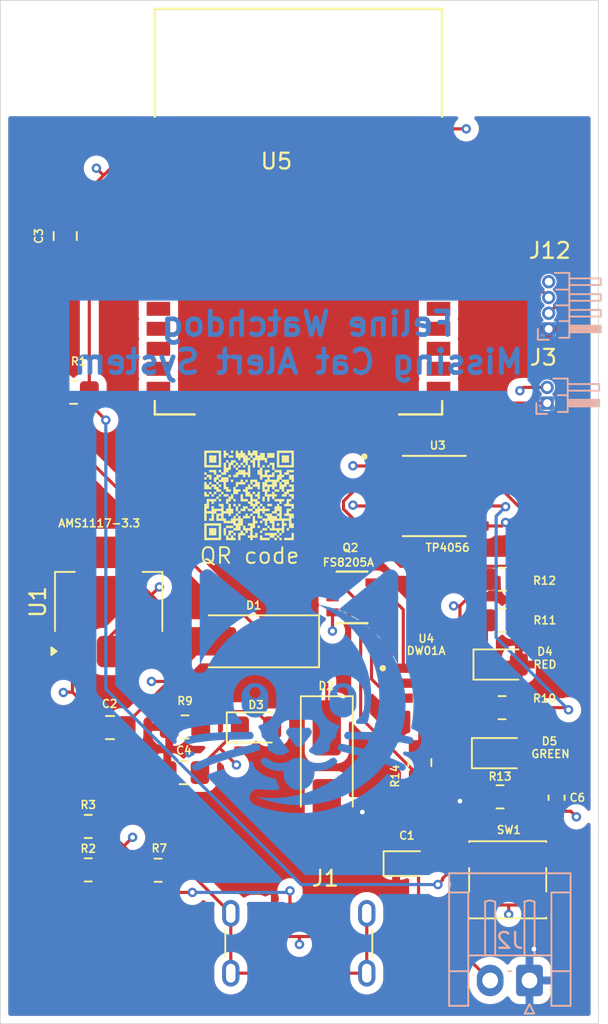
<source format=kicad_pcb>
(kicad_pcb (version 20240108) (generator "pcbnew") (generator_version "8.0")
  (layers (0 "F.Cu" power) (1 "In1.Cu" signal) (2 "In2.Cu" signal) (31 "B.Cu" signal) (34 "B.Paste" user) (35 "F.Paste" user) (36 "B.SilkS" user "B.Silkscreen") (37 "F.SilkS" user "F.Silkscreen") (38 "B.Mask" user) (39 "F.Mask" user) (44 "Edge.Cuts" user))
  (net 0 "")
  (net 1 "BATT -")
  (net 2 "+5V")
  (net 3 "+3.3V")
  (net 4 "Net-(D1-K)")
  (net 5 "Net-(U5-EN)")
  (net 6 "Net-(D3-A)")
  (net 7 "Net-(D4-K)")
  (net 8 "Net-(D5-K)")
  (net 9 "Net-(J1-SHIELD)")
  (net 10 "Net-(J1-CC2)")
  (net 11 "Net-(J1-CC1)")
  (net 12 "BATT +")
  (net 13 "/GPIO 0")
  (net 14 "/ESP32 RX")
  (net 15 "/ESP32 TX")
  (net 17 "OD")
  (net 18 "OC")
  (net 20 "Net-(U3-~{STDBY})")
  (net 21 "Net-(U3-~{CHRG})")
  (net 22 "Net-(U3-PROG)")
  (net 23 "Net-(U4-CS)")
  (net 58 "GND")
  (footprint "Diode_SMD:D_SMA_Handsoldering" (layer "F.Cu") (at 154.34 65.95 180)
    (property "Reference" "D1")
    (property "Value" "SS14" (hide yes))
  )
  (footprint "Resistor_SMD:R_0805_2012Metric" (layer "F.Cu") (at 165.25 73.6525 90)
    (property "Reference" "R14")
    (property "Value" "1k" (hide yes))
  )
  (footprint "Resistor_SMD:R_0805_2012Metric_Pad1.20x1.40mm_HandSolder" (layer "F.Cu") (at 143.25 50.13)
    (property "Reference" "R1")
    (property "Value" "10k" (hide yes))
  )
  (footprint "TP4056:SOP127P600X175-9N" (layer "F.Cu") (at 166.17 56.72)
    (property "Reference" "U3")
    (property "Value" "TP4056")
  )
  (footprint "Connector_USB:USB_C_Receptacle_GCT_USB4125-xx-x-0190_6P_TopMnt_Horizontal" (layer "F.Cu") (at 157.56 86.23)
    (property "Reference" "J1")
    (property "Value" "USB_C_Receptacle_PowerOnly_6P" (hide yes))
  )
  (footprint "Resistor_SMD:R_0805_2012Metric_Pad1.20x1.40mm_HandSolder" (layer "F.Cu") (at 170.485 64.615 180)
    (property "Reference" "R11")
    (property "Value" "1k" (hide yes))
  )
  (footprint "DW01A:SOT95P280X145-6N" (layer "F.Cu") (at 165.455 68.61)
    (property "Reference" "U4")
    (property "Value" "DW01A")
  )
  (footprint "Diode_SMD:D_SMA_Handsoldering" (layer "F.Cu") (at 159.34 73.95 -90)
    (property "Reference" "D2")
    (property "Value" "SS14" (hide yes))
  )
  (footprint "Resistor_SMD:R_0805_2012Metric_Pad1.20x1.40mm_HandSolder" (layer "F.Cu") (at 148.62 80.49 180)
    (property "Reference" "R7")
    (property "Value" "1M" (hide yes))
  )
  (footprint "Resistor_SMD:R_0805_2012Metric_Pad1.20x1.40mm_HandSolder" (layer "F.Cu") (at 170.495 62.005)
    (property "Reference" "R12")
    (property "Value" "10k" (hide yes))
  )
  (footprint "Capacitor_SMD:C_0805_2012Metric_Pad1.18x1.45mm_HandSolder" (layer "F.Cu") (at 145.5625 71.43 180)
    (property "Reference" "C2")
    (property "Value" "10uF" (hide yes))
  )
  (footprint "LED_SMD:LED_0805_2012Metric_Pad1.15x1.40mm_HandSolder" (layer "F.Cu") (at 154.845 71.42)
    (property "Reference" "D3")
    (property "Value" "LED" (hide yes))
  )
  (footprint "LED_SMD:LED_0805_2012Metric_Pad1.15x1.40mm_HandSolder" (layer "F.Cu") (at 170.52 67.425)
    (property "Reference" "D4")
    (property "Value" "RED")
  )
  (footprint "Capacitor_SMD:C_0603_1608Metric_Pad1.08x0.95mm_HandSolder" (layer "F.Cu") (at 173.94 75.8825 -90)
    (property "Reference" "C6")
    (property "Value" "0.1uF" (hide yes))
  )
  (footprint "QRcat:QRcat" (layer "F.Cu") (at 154.4 56.68)
    (property "Reference" "G2" (hide yes))
    (property "Value" "LOGO" (hide yes))
  )
  (footprint "Resistor_SMD:R_0805_2012Metric_Pad1.20x1.40mm_HandSolder" (layer "F.Cu") (at 144.18 77.71)
    (property "Reference" "R3")
    (property "Value" "5k1" (hide yes))
  )
  (footprint "Resistor_SMD:R_0805_2012Metric_Pad1.20x1.40mm_HandSolder" (layer "F.Cu") (at 150.33 71.39)
    (property "Reference" "R9")
    (property "Value" "220" (hide yes))
  )
  (footprint "ul_ESP-32S:ESP-32S_AIT" (layer "F.Cu") (at 157.54 38.66)
    (property "Reference" "U5")
    (property "Value" "ESP-32S")
  )
  (footprint "Capacitor_SMD:C_0805_2012Metric_Pad1.18x1.45mm_HandSolder" (layer "F.Cu") (at 150.2425 74.29)
    (property "Reference" "C4")
    (property "Value" "10uF" (hide yes))
  )
  (footprint "Resistor_SMD:R_0805_2012Metric_Pad1.20x1.40mm_HandSolder" (layer "F.Cu") (at 170.475 70.165 180)
    (property "Reference" "R10")
    (property "Value" "1k" (hide yes))
  )
  (footprint "LED_SMD:LED_0805_2012Metric_Pad1.15x1.40mm_HandSolder" (layer "F.Cu") (at 170.42 73.055)
    (property "Reference" "D5")
    (property "Value" "GREEN")
  )
  (footprint "VeisLibrary:MySwitch_SW_SPST_PTS647_Sx50" (layer "F.Cu") (at 170.835 81.1)
    (property "Reference" "SW1")
    (property "Value" "RESET" (hide yes))
  )
  (footprint "Capacitor_SMD:C_0805_2012Metric_Pad1.18x1.45mm_HandSolder" (layer "F.Cu") (at 142.72 40.2075 90)
    (property "Reference" "C3")
    (property "Value" "10uF" (hide yes))
  )
  (footprint "Capacitor_Tantalum_SMD:CP_EIA-1608-08_AVX-J" (layer "F.Cu") (at 164.4575 80.07)
    (property "Reference" "C1")
    (property "Value" "0.1uf" (hide yes))
  )
  (footprint "Resistor_SMD:R_0805_2012Metric_Pad1.20x1.40mm_HandSolder" (layer "F.Cu") (at 170.35 75.83)
    (property "Reference" "R13")
    (property "Value" "100" (hide yes))
  )
  (footprint "ul_FS8205A:SOT-23-6L_TCP-L" (layer "F.Cu") (at 160.9418 63.16)
    (property "Reference" "Q2")
    (property "Value" "FS8205A")
  )
  (footprint "Resistor_SMD:R_0805_2012Metric_Pad1.20x1.40mm_HandSolder" (layer "F.Cu") (at 144.18 80.47)
    (property "Reference" "R2")
    (property "Value" "5k1" (hide yes))
  )
  (footprint "Package_TO_SOT_SMD:SOT-223-3_TabPin2" (layer "F.Cu") (at 145.48 63.45 90)
    (property "Reference" "U1")
    (property "Value" "AMS1117-3.3")
  )
  (footprint "Connector_PinHeader_1.00mm:PinHeader_1x04_P1.00mm_Horizontal" (layer "B.Cu") (at 173.44 46.11)
    (property "Reference" "J12")
    (property "Value" "Conn_01x04_Socket" (hide yes))
  )
  (footprint "cat:cat" (layer "B.Cu") (at 157.58 68.87 180)
    (property "Reference" "G***" (hide yes))
    (property "Value" "LOGO" (hide yes))
  )
  (footprint "cat:cat" (layer "B.Cu") (at 157.57 68.87 180)
    (property "Reference" "G1" (hide yes))
    (property "Value" "LOGO" (hide yes))
  )
  (footprint "Connector_JST:JST_EH_S2B-EH_1x02_P2.50mm_Horizontal" (layer "B.Cu") (at 172.22 87.4925 180)
    (property "Reference" "J2")
    (property "Value" "Conn_01x02_Socket" (hide yes))
  )
  (footprint "Connector_PinHeader_1.00mm:PinHeader_1x02_P1.00mm_Horizontal" (layer "B.Cu") (at 173.34 50.82)
    (property "Reference" "J3")
    (property "Value" "Conn_01x02_Pin" (hide yes))
  )
  (gr_rect (start 138.6 25.24) (end 176.6 90.24) (stroke (width 0.05)) (fill none) (layer "Edge.Cuts"))
  (gr_text "Feline \nWatchdog\n" (at 145.58 86.99 0) (layer "F.Cu") (effects (font (size 1 1) (thickness 0.125) (bold yes)) (justify bottom)))
  (gr_text "Feline Watchdog \nMissing Cat Alert System" (at 157.54 49.08 0) (layer "B.Cu") (effects (font (size 1.5 1.5) (thickness 0.3) (bold yes)) (justify bottom mirror)))
  (gr_text "QR code" (at 154.44 61.1 0) (layer "F.SilkS") (effects (font (size 1 1) (thickness 0.125) (bold yes)) (justify bottom)))
  (segment (start 159.70355 62.209999) (end 160.109999 62.209999) (width 0.2) (layer "F.Cu") (net 1))
  (segment (start 160.109999 62.209999) (end 161.4927 63.5927) (width 0.2) (layer "F.Cu") (net 1))
  (segment (start 165.17 82.9425) (end 169.72 87.4925) (width 0.2) (layer "F.Cu") (net 1))
  (segment (start 165.25 74.565) (end 165.25 79.99) (width 0.2) (layer "F.Cu") (net 1))
  (segment (start 165.25 79.99) (end 165.17 80.07) (width 0.2) (layer "F.Cu") (net 1))
  (segment (start 161.4927 70.8077) (end 165.25 74.565) (width 0.2) (layer "F.Cu") (net 1))
  (segment (start 161.4927 63.5927) (end 161.4927 70.8077) (width 0.2) (layer "F.Cu") (net 1))
  (segment (start 165.17 80.07) (end 165.17 82.9425) (width 0.2) (layer "F.Cu") (net 1))
  (segment (start 149.1 68.5) (end 148.2 68.5) (width 0.2) (layer "F.Cu") (net 3))
  (segment (start 151.13 65.95) (end 151.84 65.95) (width 0.2) (layer "F.Cu") (net 3))
  (segment (start 145.48 60.3) (end 148.19 63.01) (width 0.2) (layer "F.Cu") (net 3))
  (segment (start 145.48 65.72) (end 148.19 63.01) (width 0.2) (layer "F.Cu") (net 3))
  (segment (start 146.6 71.19) (end 149.195 68.595) (width 0.2) (layer "F.Cu") (net 3))
  (segment (start 149.195 68.595) (end 151.84 65.95) (width 0.2) (layer "F.Cu") (net 3))
  (segment (start 148.19 63.01) (end 148.7 62.5) (width 0.2) (layer "F.Cu") (net 3))
  (segment (start 146.6 71.43) (end 146.6 71.19) (width 0.2) (layer "F.Cu") (net 3))
  (segment (start 145.48 66.6) (end 145.48 65.72) (width 0.2) (layer "F.Cu") (net 3))
  (segment (start 148.19 63.01) (end 151.13 65.95) (width 0.2) (layer "F.Cu") (net 3))
  (segment (start 149.195 68.595) (end 149.1 68.5) (width 0.2) (layer "F.Cu") (net 3))
  (via (at 148.7 62.5) (size 0.6) (drill 0.3) (layers "F.Cu" "B.Cu") (net 3))
  (via (at 148.2 68.5) (size 0.6) (drill 0.3) (layers "F.Cu" "B.Cu") (net 3))
  (segment (start 142.25 52.45) (end 142.25 50.13) (width 0.2) (layer "F.Cu") (net 4))
  (segment (start 159.34 68.45) (end 159.34 71.45) (width 0.2) (layer "F.Cu") (net 4))
  (segment (start 156.84 65.95) (end 159.34 68.45) (width 0.2) (layer "F.Cu") (net 4))
  (segment (start 156.84 65.95) (end 155.75 65.95) (width 0.2) (layer "F.Cu") (net 4))
  (segment (start 155.75 65.95) (end 142.25 52.45) (width 0.2) (layer "F.Cu") (net 4))
  (segment (start 166.4 81.4) (end 166.7 81.1) (width 0.2) (layer "F.Cu") (net 5))
  (segment (start 168.21 79.5) (end 173.46 79.5) (width 0.2) (layer "F.Cu") (net 5))
  (segment (start 142.72 41.245) (end 143.655 41.245) (width 0.2) (layer "F.Cu") (net 5))
  (segment (start 166.7 81.01) (end 168.21 79.5) (width 0.2) (layer "F.Cu") (net 5))
  (segment (start 144.25 50.13) (end 144.25 50.85) (width 0.2) (layer "F.Cu") (net 5))
  (segment (start 143.9 40.1562) (end 148.1162 35.94) (width 0.2) (layer "F.Cu") (net 5))
  (segment (start 143.9 41) (end 143.9 40.1562) (width 0.2) (layer "F.Cu") (net 5))
  (segment (start 144.25 42.775) (end 142.72 41.245) (width 0.2) (layer "F.Cu") (net 5))
  (segment (start 166.7 81.1) (end 166.7 81.01) (width 0.2) (layer "F.Cu") (net 5))
  (segment (start 143.655 41.245) (end 143.9 41) (width 0.2) (layer "F.Cu") (net 5))
  (segment (start 144.25 50.13) (end 144.25 42.775) (width 0.2) (layer "F.Cu") (net 5))
  (segment (start 144.25 50.85) (end 145.3 51.9) (width 0.2) (layer "F.Cu") (net 5))
  (segment (start 148.1162 35.94) (end 148.64 35.94) (width 0.2) (layer "F.Cu") (net 5))
  (via (at 145.3 51.9) (size 0.6) (drill 0.3) (layers "F.Cu" "B.Cu") (net 5))
  (via (at 166.4 81.4) (size 0.6) (drill 0.3) (layers "F.Cu" "B.Cu") (net 5))
  (segment (start 145.3 68.989461) (end 157.710539 81.4) (width 0.2) (layer "B.Cu") (net 5))
  (segment (start 157.710539 81.4) (end 166.4 81.4) (width 0.2) (layer "B.Cu") (net 5))
  (segment (start 145.3 51.9) (end 145.3 68.989461) (width 0.2) (layer "B.Cu") (net 5))
  (segment (start 154.87 70.42) (end 155.87 71.42) (width 0.2) (layer "F.Cu") (net 6))
  (segment (start 152.3 70.42) (end 154.87 70.42) (width 0.2) (layer "F.Cu") (net 6))
  (segment (start 151.33 71.39) (end 152.3 70.42) (width 0.2) (layer "F.Cu") (net 6))
  (segment (start 169.485 67.415) (end 169.495 67.425) (width 0.2) (layer "F.Cu") (net 7))
  (segment (start 169.485 64.615) (end 169.485 67.415) (width 0.2) (layer "F.Cu") (net 7))
  (segment (start 169.395 70.245) (end 169.475 70.165) (width 0.2) (layer "F.Cu") (net 8))
  (segment (start 169.395 73.055) (end 169.395 70.245) (width 0.2) (layer "F.Cu") (net 8))
  (segment (start 149.62 80.49) (end 150.5 80.49) (width 0.2) (layer "F.Cu") (net 9))
  (segment (start 153.24 87.03) (end 161.88 87.03) (width 0.2) (layer "F.Cu") (net 9))
  (segment (start 153.24 83.23) (end 153.24 87.03) (width 0.2) (layer "F.Cu") (net 9))
  (segment (start 161.88 87.03) (end 161.88 83.23) (width 0.2) (layer "F.Cu") (net 9))
  (segment (start 150.5 80.49) (end 153.24 83.23) (width 0.2) (layer "F.Cu") (net 9))
  (segment (start 157 83.09) (end 157.06 83.15) (width 0.2) (layer "F.Cu") (net 11))
  (segment (start 144.61 81.9) (end 150.8 81.9) (width 0.2) (layer "F.Cu") (net 11))
  (segment (start 143.18 80.47) (end 144.61 81.9) (width 0.2) (layer "F.Cu") (net 11))
  (segment (start 157 81.8) (end 157 83.09) (width 0.2) (layer "F.Cu") (net 11))
  (via (at 157 81.8) (size 0.6) (drill 0.3) (layers "F.Cu" "B.Cu") (net 11))
  (via (at 150.8 81.9) (size 0.6) (drill 0.3) (layers "F.Cu" "B.Cu") (net 11))
  (segment (start 150.8 81.9) (end 156.9 81.9) (width 0.2) (layer "B.Cu") (net 11))
  (segment (start 156.9 81.9) (end 157 81.8) (width 0.2) (layer "B.Cu") (net 11))
  (segment (start 161.25 76.45) (end 161.6 76.8) (width 0.2) (layer "F.Cu") (net 12))
  (segment (start 168.645 58.625) (end 170.475 58.625) (width 0.2) (layer "F.Cu") (net 12))
  (segment (start 169.35 75.83) (end 168.07 75.83) (width 0.2) (layer "F.Cu") (net 12))
  (segment (start 170.475 58.625) (end 170.7 58.4) (width 0.2) (layer "F.Cu") (net 12))
  (segment (start 172.22 85.78) (end 172.5 85.5) (width 0.2) (layer "F.Cu") (net 12))
  (segment (start 159.34 76.45) (end 161.25 76.45) (width 0.2) (layer "F.Cu") (net 12))
  (segment (start 168.07 75.83) (end 167.8 76.1) (width 0.2) (layer "F.Cu") (net 12))
  (segment (start 172.22 87.4925) (end 172.22 85.78) (width 0.2) (layer "F.Cu") (net 12))
  (via (at 172.5 85.5) (size 0.6) (drill 0.3) (layers "F.Cu" "B.Cu") (net 12))
  (via (at 167.8 76.1) (size 0.6) (drill 0.3) (layers "F.Cu" "B.Cu") (net 12))
  (via (at 161.6 76.8) (size 0.6) (drill 0.3) (layers "F.Cu" "B.Cu") (net 12))
  (via (at 170.7 58.4) (size 0.6) (drill 0.3) (layers "F.Cu" "B.Cu") (net 12))
  (segment (start 173.34 50.82) (end 167.35 50.82) (width 0.2) (layer "F.Cu") (net 13))
  (segment (start 167.35 50.82) (end 166.44 49.91) (width 0.2) (layer "F.Cu") (net 13))
  (segment (start 167.81 38.48) (end 166.44 38.48) (width 0.2) (layer "F.Cu") (net 14))
  (segment (start 173.44 44.11) (end 167.81 38.48) (width 0.2) (layer "F.Cu") (net 14))
  (segment (start 174.04 44.51) (end 174.04 42.84) (width 0.2) (layer "F.Cu") (net 15))
  (segment (start 173.44 45.11) (end 174.04 44.51) (width 0.2) (layer "F.Cu") (net 15))
  (segment (start 168.41 37.21) (end 166.44 37.21) (width 0.2) (layer "F.Cu") (net 15))
  (segment (start 174.04 42.84) (end 168.41 37.21) (width 0.2) (layer "F.Cu") (net 15))
  (segment (start 164.2 63.9386) (end 162.471399 62.209999) (width 0.2) (layer "F.Cu") (net 17))
  (segment (start 162.471399 62.209999) (end 162.18005 62.209999) (width 0.2) (layer "F.Cu") (net 17))
  (segment (start 164.2 67.66) (end 164.2 63.9386) (width 0.2) (layer "F.Cu") (net 17))
  (segment (start 163.395 69.56) (end 162.18005 68.34505) (width 0.2) (layer "F.Cu") (net 18))
  (segment (start 162.18005 68.34505) (end 162.18005 64.110001) (width 0.2) (layer "F.Cu") (net 18))
  (segment (start 164.2 69.56) (end 163.395 69.56) (width 0.2) (layer "F.Cu") (net 18))
  (segment (start 170.7 57.4) (end 170.655 57.355) (width 0.2) (layer "F.Cu") (net 20))
  (segment (start 171.475 70.165) (end 174.565 70.165) (width 0.2) (layer "F.Cu") (net 20))
  (segment (start 170.655 57.355) (end 168.645 57.355) (width 0.2) (layer "F.Cu") (net 20))
  (segment (start 174.565 70.165) (end 174.7 70.3) (width 0.2) (layer "F.Cu") (net 20))
  (via (at 170.7 57.4) (size 0.6) (drill 0.3) (layers "F.Cu" "B.Cu") (net 20))
  (via (at 174.7 70.3) (size 0.6) (drill 0.3) (layers "F.Cu" "B.Cu") (net 20))
  (segment (start 170.1 65.7) (end 170.1 58) (width 0.2) (layer "B.Cu") (net 20))
  (segment (start 170.1 58) (end 170.7 57.4) (width 0.2) (layer "B.Cu") (net 20))
  (segment (start 174.7 70.3) (end 170.1 65.7) (width 0.2) (layer "B.Cu") (net 20))
  (segment (start 170.233529 56.085) (end 172.395 58.246471) (width 0.2) (layer "F.Cu") (net 21))
  (segment (start 172.395 63.705) (end 171.485 64.615) (width 0.2) (layer "F.Cu") (net 21))
  (segment (start 172.395 58.246471) (end 172.395 63.705) (width 0.2) (layer "F.Cu") (net 21))
  (segment (start 168.645 56.085) (end 170.233529 56.085) (width 0.2) (layer "F.Cu") (net 21))
  (segment (start 170.675 61.185) (end 171.495 62.005) (width 0.2) (layer "F.Cu") (net 22))
  (segment (start 160.4 57.548529) (end 164.036471 61.185) (width 0.2) (layer "F.Cu") (net 22))
  (segment (start 160.4 57.051471) (end 160.4 57.548529) (width 0.2) (layer "F.Cu") (net 22))
  (segment (start 163.695 56.085) (end 161.366471 56.085) (width 0.2) (layer "F.Cu") (net 22))
  (segment (start 164.036471 61.185) (end 170.675 61.185) (width 0.2) (layer "F.Cu") (net 22))
  (segment (start 161.366471 56.085) (end 160.4 57.051471) (width 0.2) (layer "F.Cu") (net 22))
  (segment (start 164.75 68.61) (end 164.2 68.61) (width 0.2) (layer "F.Cu") (net 23))
  (segment (start 165.25 69.11) (end 164.75 68.61) (width 0.2) (layer "F.Cu") (net 23))
  (segment (start 165.25 72.74) (end 165.25 69.11) (width 0.2) (layer "F.Cu") (net 23))
  (segment (start 151.28 74.29) (end 151.28 73.96) (width 0.2) (layer "F.Cu") (net 58))
  (segment (start 152.52 72.72) (end 153.82 71.42) (width 0.2) (layer "F.Cu") (net 58))
  (segment (start 167.8 63.7) (end 167.8 66.9) (width 0.2) (layer "F.Cu") (net 58))
  (segment (start 155.76 84.7) (end 157.6 84.7) (width 0.2) (layer "F.Cu") (net 58))
  (segment (start 157.6 84.7) (end 159.36 84.7) (width 0.2) (layer "F.Cu") (net 58))
  (segment (start 173.94 76.745) (end 174.845 76.745) (width 0.2) (layer "F.Cu") (net 58))
  (segment (start 142.62 69.18) (end 142.6 69.2) (width 0.2) (layer "F.Cu") (net 58))
  (segment (start 170.9 82.7) (end 168.21 82.7) (width 0.2) (layer "F.Cu") (net 58))
  (segment (start 152.52 72.72) (end 153.6 73.8) (width 0.2) (layer "F.Cu") (net 58))
  (segment (start 142.72 39.17) (end 142.72 38.7962) (width 0.2) (layer "F.Cu") (net 58))
  (segment (start 173.46 82.7) (end 170.9 82.7) (width 0.2) (layer "F.Cu") (net 58))
  (segment (start 162.855 57.355) (end 163.695 57.355) (width 0.2) (layer "F.Cu") (net 58))
  (segment (start 167.8 66.9) (end 167.04 67.66) (width 0.2) (layer "F.Cu") (net 58))
  (segment (start 163.695 57.355) (end 161.055 57.355) (width 0.2) (layer "F.Cu") (net 58))
  (segment (start 142.72 38.7962) (end 145.1581 36.3581) (width 0.2) (layer "F.Cu") (net 58))
  (segment (start 161.055 57.355) (end 161 57.3) (width 0.2) (layer "F.Cu") (net 58))
  (segment (start 144.525 70.525) (end 143.18 69.18) (width 0.2) (layer "F.Cu") (net 58))
  (segment (start 147.62 80.15) (end 147.62 80.49) (width 0.2) (layer "F.Cu") (net 58))
  (segment (start 145.2 80.49) (end 145.18 80.47) (width 0.2) (layer "F.Cu") (net 58))
  (segment (start 160.31 83.75) (end 160.31 83.15) (width 0.2) (layer "F.Cu") (net 58))
  (segment (start 145.1581 36.3581) (end 144.7 35.9) (width 0.2) (layer "F.Cu") (net 58))
  (segment (start 159.70355 64.110001) (end 159.70355 65.29645) (width 0.2) (layer "F.Cu") (net 58))
  (segment (start 169.495 62.005) (end 167.8 63.7) (width 0.2) (layer "F.Cu") (net 58))
  (segment (start 159.70355 65.29645) (end 159.7 65.3) (width 0.2) (layer "F.Cu") (net 58))
  (segment (start 146.435 78.965) (end 147 78.4) (width 0.2) (layer "F.Cu") (net 58))
  (segment (start 146.435 78.965) (end 147.62 80.15) (width 0.2) (layer "F.Cu") (net 58))
  (segment (start 174.845 76.745) (end 175.2 77.1) (width 0.2) (layer "F.Cu") (net 58))
  (segment (start 159.36 84.7) (end 160.31 83.75) (width 0.2) (layer "F.Cu") (net 58))
  (segment (start 143.18 69.18) (end 143.18 66.6) (width 0.2) (layer "F.Cu") (net 58))
  (segment (start 143.18 69.18) (end 142.62 69.18) (width 0.2) (layer "F.Cu") (net 58))
  (segment (start 167.8 63.7) (end 167.4 63.7) (width 0.2) (layer "F.Cu") (net 58))
  (segment (start 167.04 67.66) (end 166.71 67.66) (width 0.2) (layer "F.Cu") (net 58))
  (segment (start 154.81 83.75) (end 155.76 84.7) (width 0.2) (layer "F.Cu") (net 58))
  (segment (start 163.695 54.815) (end 161.015 54.815) (width 0.2) (layer "F.Cu") (net 58))
  (segment (start 171.827038 49.82) (end 171.609922 50.037116) (width 0.2) (layer "F.Cu") (net 58))
  (segment (start 148.1162 33.4) (end 148.64 33.4) (width 0.2) (layer "F.Cu") (net 58))
  (segment (start 173.34 49.82) (end 171.827038 49.82) (width 0.2) (layer "F.Cu") (net 58))
  (segment (start 145.1581 36.3581) (end 148.1162 33.4) (width 0.2) (layer "F.Cu") (net 58))
  (segment (start 170.9 82.7) (end 170.9 83.3) (width 0.2) (layer "F.Cu") (net 58))
  (segment (start 145.18 77.71) (end 146.435 78.965) (width 0.2) (layer "F.Cu") (net 58))
  (segment (start 161.015 54.815) (end 161 54.8) (width 0.2) (layer "F.Cu") (net 58))
  (segment (start 166.44 33.4) (end 168.2 33.4) (width 0.2) (layer "F.Cu") (net 58))
  (segment (start 144.525 71.43) (end 144.525 70.525) (width 0.2) (layer "F.Cu") (net 58))
  (segment (start 154.81 83.15) (end 154.81 83.75) (width 0.2) (layer "F.Cu") (net 58))
  (segment (start 151.28 73.96) (end 152.52 72.72) (width 0.2) (layer "F.Cu") (net 58))
  (segment (start 157.6 84.7) (end 157.6 85.2) (width 0.2) (layer "F.Cu") (net 58))
  (segment (start 147.62 80.49) (end 145.2 80.49) (width 0.2) (layer "F.Cu") (net 58))
  (via (at 161 54.8) (size 0.6) (drill 0.3) (layers "F.Cu" "B.Cu") (net 58))
  (via (at 171.609922 50.037116) (size 0.6) (drill 0.3) (layers "F.Cu" "B.Cu") (net 58))
  (via (at 142.6 69.2) (size 0.6) (drill 0.3) (layers "F.Cu" "B.Cu") (net 58))
  (via (at 147 78.4) (size 0.6) (drill 0.3) (layers "F.Cu" "B.Cu") (net 58))
  (via (at 167.4 63.7) (size 0.6) (drill 0.3) (layers "F.Cu" "B.Cu") (net 58))
  (via (at 170.9 83.3) (size 0.6) (drill 0.3) (layers "F.Cu" "B.Cu") (net 58))
  (via (at 157.6 85.2) (size 0.6) (drill 0.3) (layers "F.Cu" "B.Cu") (net 58))
  (via (at 175.2 77.1) (size 0.6) (drill 0.3) (layers "F.Cu" "B.Cu") (net 58))
  (via (at 144.7 35.9) (size 0.6) (drill 0.3) (layers "F.Cu" "B.Cu") (net 58))
  (via (at 161 57.3) (size 0.6) (drill 0.3) (layers "F.Cu" "B.Cu") (net 58))
  (via (at 159.7 65.3) (size 0.6) (drill 0.3) (layers "F.Cu" "B.Cu") (net 58))
  (via (at 168.2 33.4) (size 0.6) (drill 0.3) (layers "F.Cu" "B.Cu") (net 58))
  (via (at 153.6 73.8) (size 0.6) (drill 0.3) (layers "F.Cu" "B.Cu") (net 58))
  (zone (net 2) (net_name "+5V") (layer "F.Cu") (connect_pads (clearance 0.5)) (min_thickness 0.25) (fill yes (thermal_gap 0.5) (thermal_bridge_width 0.5) (island_removal_mode 1) (island_area_min 10))
    (polygon (pts (xy 176.44 32.6) (xy 176.44 89.9) (xy 138.81 89.9) (xy 138.8 89.89) (xy 138.8 32.6)))
  )
  (zone (net 12) (net_name "BATT +") (layer "B.Cu") (connect_pads (clearance 0.5)) (min_thickness 0.25) (fill yes (thermal_gap 0.5) (thermal_bridge_width 0.5) (island_removal_mode 1) (island_area_min 10))
    (polygon (pts (xy 176.44 32.6) (xy 176.44 89.9) (xy 138.81 89.9) (xy 138.8 89.89) (xy 138.8 32.6)))
  )
)
</source>
